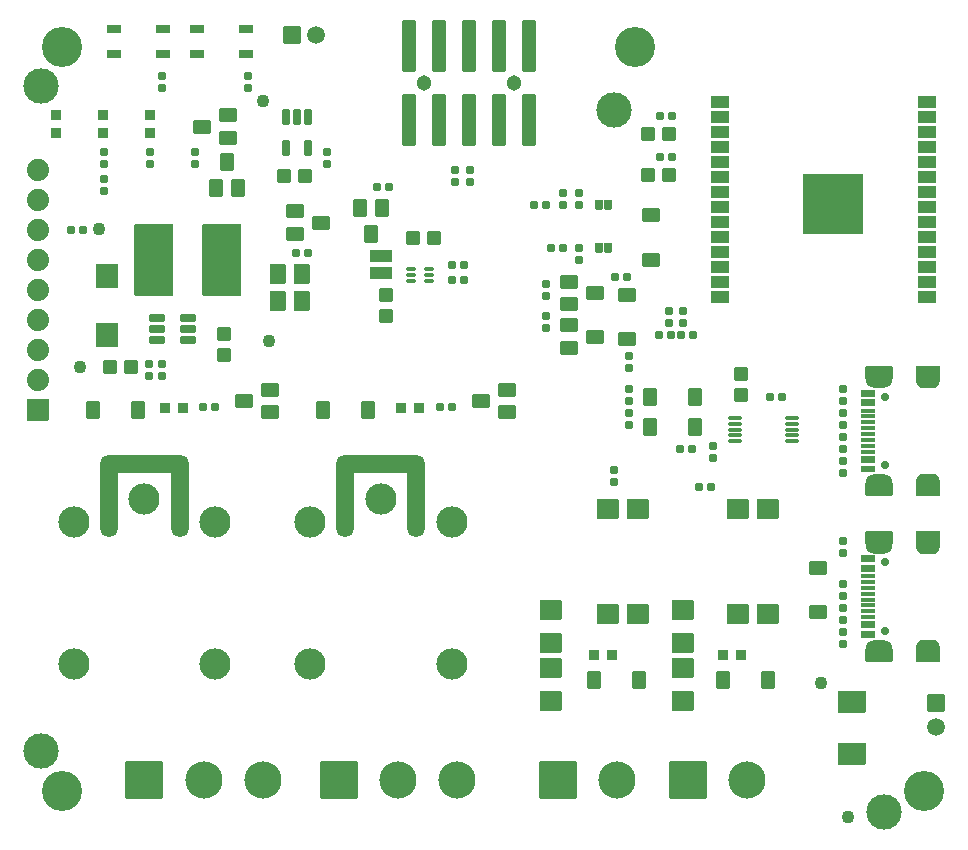
<source format=gbr>
%TF.GenerationSoftware,KiCad,Pcbnew,7.0.9-7.0.9~ubuntu22.04.1*%
%TF.CreationDate,2025-08-29T15:08:22+03:00*%
%TF.ProjectId,ESP32-C5-EVB_Rev_A,45535033-322d-4433-952d-4556425f5265,A*%
%TF.SameCoordinates,PX3938700PY9896800*%
%TF.FileFunction,Soldermask,Top*%
%TF.FilePolarity,Negative*%
%FSLAX46Y46*%
G04 Gerber Fmt 4.6, Leading zero omitted, Abs format (unit mm)*
G04 Created by KiCad (PCBNEW 7.0.9-7.0.9~ubuntu22.04.1) date 2025-08-29 15:08:22*
%MOMM*%
%LPD*%
G01*
G04 APERTURE LIST*
G04 Aperture macros list*
%AMRoundRect*
0 Rectangle with rounded corners*
0 $1 Rounding radius*
0 $2 $3 $4 $5 $6 $7 $8 $9 X,Y pos of 4 corners*
0 Add a 4 corners polygon primitive as box body*
4,1,4,$2,$3,$4,$5,$6,$7,$8,$9,$2,$3,0*
0 Add four circle primitives for the rounded corners*
1,1,$1+$1,$2,$3*
1,1,$1+$1,$4,$5*
1,1,$1+$1,$6,$7*
1,1,$1+$1,$8,$9*
0 Add four rect primitives between the rounded corners*
20,1,$1+$1,$2,$3,$4,$5,0*
20,1,$1+$1,$4,$5,$6,$7,0*
20,1,$1+$1,$6,$7,$8,$9,0*
20,1,$1+$1,$8,$9,$2,$3,0*%
G04 Aperture macros list end*
%ADD10RoundRect,0.050800X0.889000X-0.762000X0.889000X0.762000X-0.889000X0.762000X-0.889000X-0.762000X0*%
%ADD11RoundRect,0.050800X0.250000X0.275000X-0.250000X0.275000X-0.250000X-0.275000X0.250000X-0.275000X0*%
%ADD12RoundRect,0.050800X-0.250000X-0.275000X0.250000X-0.275000X0.250000X0.275000X-0.250000X0.275000X0*%
%ADD13RoundRect,0.050800X-0.500000X-0.700000X0.500000X-0.700000X0.500000X0.700000X-0.500000X0.700000X0*%
%ADD14RoundRect,0.050800X0.700000X-0.500000X0.700000X0.500000X-0.700000X0.500000X-0.700000X-0.500000X0*%
%ADD15RoundRect,0.050800X-0.254000X-0.381000X0.254000X-0.381000X0.254000X0.381000X-0.254000X0.381000X0*%
%ADD16RoundRect,0.050800X0.575000X-0.150000X0.575000X0.150000X-0.575000X0.150000X-0.575000X-0.150000X0*%
%ADD17RoundRect,0.050800X0.575000X-0.125000X0.575000X0.125000X-0.575000X0.125000X-0.575000X-0.125000X0*%
%ADD18RoundRect,0.050800X1.000000X-0.550000X1.000000X0.550000X-1.000000X0.550000X-1.000000X-0.550000X0*%
%ADD19O,2.101600X1.401600*%
%ADD20RoundRect,0.050800X1.100000X-0.550000X1.100000X0.550000X-1.100000X0.550000X-1.100000X-0.550000X0*%
%ADD21O,2.301600X1.301600*%
%ADD22C,0.701600*%
%ADD23RoundRect,0.050800X0.400000X0.400000X-0.400000X0.400000X-0.400000X-0.400000X0.400000X-0.400000X0*%
%ADD24RoundRect,0.050800X-0.275000X0.250000X-0.275000X-0.250000X0.275000X-0.250000X0.275000X0.250000X0*%
%ADD25RoundRect,0.050800X0.275000X-0.250000X0.275000X0.250000X-0.275000X0.250000X-0.275000X-0.250000X0*%
%ADD26RoundRect,0.050800X0.525000X0.325000X-0.525000X0.325000X-0.525000X-0.325000X0.525000X-0.325000X0*%
%ADD27RoundRect,0.050800X0.508000X0.508000X-0.508000X0.508000X-0.508000X-0.508000X0.508000X-0.508000X0*%
%ADD28C,1.101600*%
%ADD29C,1.501600*%
%ADD30RoundRect,0.050800X-0.700000X0.700000X-0.700000X-0.700000X0.700000X-0.700000X0.700000X0.700000X0*%
%ADD31RoundRect,0.050800X0.850000X-1.000000X0.850000X1.000000X-0.850000X1.000000X-0.850000X-1.000000X0*%
%ADD32C,1.301600*%
%ADD33RoundRect,0.050800X0.500000X-2.125000X0.500000X2.125000X-0.500000X2.125000X-0.500000X-2.125000X0*%
%ADD34O,1.500000X7.000000*%
%ADD35O,7.500000X1.500000*%
%ADD36C,2.641600*%
%ADD37RoundRect,0.050800X-0.889000X-0.762000X0.889000X-0.762000X0.889000X0.762000X-0.889000X0.762000X0*%
%ADD38RoundRect,0.050800X0.508000X-0.508000X0.508000X0.508000X-0.508000X0.508000X-0.508000X-0.508000X0*%
%ADD39RoundRect,0.050800X0.635000X-0.762000X0.635000X0.762000X-0.635000X0.762000X-0.635000X-0.762000X0*%
%ADD40RoundRect,0.050800X-0.500000X0.700000X-0.500000X-0.700000X0.500000X-0.700000X0.500000X0.700000X0*%
%ADD41RoundRect,0.050800X0.889000X-0.889000X0.889000X0.889000X-0.889000X0.889000X-0.889000X-0.889000X0*%
%ADD42C,1.879600*%
%ADD43RoundRect,0.050800X1.600000X3.000000X-1.600000X3.000000X-1.600000X-3.000000X1.600000X-3.000000X0*%
%ADD44RoundRect,0.050800X0.400000X-0.400000X0.400000X0.400000X-0.400000X0.400000X-0.400000X-0.400000X0*%
%ADD45C,3.401600*%
%ADD46RoundRect,0.050800X-1.143000X0.889000X-1.143000X-0.889000X1.143000X-0.889000X1.143000X0.889000X0*%
%ADD47RoundRect,0.050800X-0.700000X-0.500000X0.700000X-0.500000X0.700000X0.500000X-0.700000X0.500000X0*%
%ADD48RoundRect,0.050800X0.700000X0.500000X-0.700000X0.500000X-0.700000X-0.500000X0.700000X-0.500000X0*%
%ADD49RoundRect,0.050800X-0.750000X-0.450000X0.750000X-0.450000X0.750000X0.450000X-0.750000X0.450000X0*%
%ADD50C,1.901600*%
%ADD51RoundRect,0.050800X-2.500000X-2.500000X2.500000X-2.500000X2.500000X2.500000X-2.500000X2.500000X0*%
%ADD52C,3.000000*%
%ADD53RoundRect,0.050800X-0.700000X0.500000X-0.700000X-0.500000X0.700000X-0.500000X0.700000X0.500000X0*%
%ADD54RoundRect,0.050800X0.500000X0.700000X-0.500000X0.700000X-0.500000X-0.700000X0.500000X-0.700000X0*%
%ADD55RoundRect,0.050800X-0.508000X-0.508000X0.508000X-0.508000X0.508000X0.508000X-0.508000X0.508000X0*%
%ADD56RoundRect,0.050800X-0.600000X0.275000X-0.600000X-0.275000X0.600000X-0.275000X0.600000X0.275000X0*%
%ADD57RoundRect,0.050800X0.500000X-0.700000X0.500000X0.700000X-0.500000X0.700000X-0.500000X-0.700000X0*%
%ADD58RoundRect,0.050800X0.275000X-0.600000X0.275000X0.600000X-0.275000X0.600000X-0.275000X-0.600000X0*%
%ADD59RoundRect,0.050800X-0.700000X-0.700000X0.700000X-0.700000X0.700000X0.700000X-0.700000X0.700000X0*%
%ADD60RoundRect,0.050800X-1.524000X-1.524000X1.524000X-1.524000X1.524000X1.524000X-1.524000X1.524000X0*%
%ADD61C,3.149600*%
%ADD62RoundRect,0.050800X-0.350000X-0.125000X0.350000X-0.125000X0.350000X0.125000X-0.350000X0.125000X0*%
%ADD63RoundRect,0.050800X0.500000X-0.125000X0.500000X0.125000X-0.500000X0.125000X-0.500000X-0.125000X0*%
%ADD64RoundRect,0.050800X-0.400000X-0.400000X0.400000X-0.400000X0.400000X0.400000X-0.400000X0.400000X0*%
%ADD65RoundRect,0.050800X0.900000X-0.450000X0.900000X0.450000X-0.900000X0.450000X-0.900000X-0.450000X0*%
G04 APERTURE END LIST*
D10*
%TO.C,R41*%
X56078000Y16109000D03*
X56078000Y18903000D03*
%TD*%
%TO.C,R40*%
X44902000Y16109000D03*
X44902000Y18903000D03*
%TD*%
D11*
%TO.C,R25*%
X50363000Y47097000D03*
D12*
X51379000Y47097000D03*
%TD*%
D13*
%TO.C,D11*%
X63312000Y12934000D03*
X59512000Y12934000D03*
%TD*%
D14*
%TO.C,D5*%
X53411000Y48499000D03*
X53411000Y52299000D03*
%TD*%
D15*
%TO.C,PWR_SENS_E1*%
X48966000Y49510000D03*
X49728000Y49510000D03*
%TD*%
D16*
%TO.C,USB-UART1*%
X71768000Y30925000D03*
X71768000Y31725000D03*
D17*
X71768000Y32250000D03*
X71768000Y33250000D03*
X71768000Y34750000D03*
X71768000Y35750000D03*
D16*
X71768000Y36275000D03*
X71768000Y37075000D03*
X71768000Y37325000D03*
X71768000Y36525000D03*
D17*
X71768000Y35250000D03*
X71768000Y34250000D03*
X71768000Y33750000D03*
X71768000Y32750000D03*
D16*
X71768000Y31475000D03*
X71768000Y30675000D03*
D18*
X76850000Y29072400D03*
D19*
X76850000Y29680000D03*
X76850000Y38320000D03*
D18*
X76850000Y38927600D03*
D20*
X72670000Y29072400D03*
D21*
X72670000Y29680000D03*
X72670000Y38320000D03*
D20*
X72670000Y38927600D03*
D22*
X73170000Y31110000D03*
X73170000Y36890000D03*
%TD*%
D23*
%TO.C,LED_RELAY1*%
X12238000Y36000000D03*
X13762000Y36000000D03*
%TD*%
D24*
%TO.C,R34*%
X69667000Y15982000D03*
D25*
X69667000Y16998000D03*
%TD*%
D23*
%TO.C,LED_RELAY2*%
X32238000Y36000000D03*
X33762000Y36000000D03*
%TD*%
D26*
%TO.C,RST1*%
X12075000Y65925000D03*
X7925000Y65925000D03*
X12075000Y68075000D03*
X7925000Y68075000D03*
%TD*%
D24*
%TO.C,R9*%
X54935000Y43160000D03*
D25*
X54935000Y44176000D03*
%TD*%
D27*
%TO.C,C11*%
X9342000Y39477000D03*
X7564000Y39477000D03*
%TD*%
D25*
%TO.C,C16*%
X19248000Y64115000D03*
D24*
X19248000Y63099000D03*
%TD*%
%TO.C,R19*%
X51506000Y36556000D03*
D25*
X51506000Y37572000D03*
%TD*%
%TO.C,R14*%
X12009000Y39731000D03*
D24*
X12009000Y38715000D03*
%TD*%
D28*
%TO.C,3.3V1*%
X6675000Y51161000D03*
%TD*%
D29*
%TO.C,PWR1*%
X77538220Y8999240D03*
D30*
X77535680Y11028700D03*
%TD*%
D11*
%TO.C,C7*%
X55951000Y42144000D03*
D12*
X56967000Y42144000D03*
%TD*%
%TO.C,R39*%
X58491000Y29317000D03*
D11*
X57475000Y29317000D03*
%TD*%
D31*
%TO.C,D1*%
X7310000Y42184000D03*
X7310000Y47184000D03*
%TD*%
D11*
%TO.C,R13*%
X43505000Y53193000D03*
D12*
X44521000Y53193000D03*
%TD*%
D32*
%TO.C,UEXT1*%
X34190000Y63500000D03*
X41810000Y63500000D03*
D33*
X32920000Y60375000D03*
X32920000Y66625000D03*
X35460000Y60375000D03*
X35460000Y66625000D03*
X38000000Y60375000D03*
X38000000Y66625000D03*
X40540000Y60375000D03*
X40540000Y66625000D03*
X43080000Y60375000D03*
X43080000Y66625000D03*
%TD*%
D34*
%TO.C,RELAY2*%
X27500000Y28500000D03*
X33500000Y28500000D03*
D35*
X30500000Y31250000D03*
D36*
X24500000Y26300000D03*
X36500000Y26300000D03*
X30500000Y28300000D03*
X36500000Y14300000D03*
X24500000Y14300000D03*
%TD*%
D24*
%TO.C,R18*%
X51506000Y34524000D03*
D25*
X51506000Y35540000D03*
%TD*%
D37*
%TO.C,OPT2*%
X60730000Y27445000D03*
X63270000Y27445000D03*
X63270000Y18555000D03*
X60730000Y18555000D03*
%TD*%
%TO.C,OPT1*%
X49730000Y27445000D03*
X52270000Y27445000D03*
X52270000Y18555000D03*
X49730000Y18555000D03*
%TD*%
D38*
%TO.C,C10*%
X17216000Y40493000D03*
X17216000Y42271000D03*
%TD*%
D25*
%TO.C,R10*%
X56078000Y44176000D03*
D24*
X56078000Y43160000D03*
%TD*%
D10*
%TO.C,R36*%
X44902000Y13950000D03*
X44902000Y11156000D03*
%TD*%
D39*
%TO.C,C17*%
X21788000Y45065000D03*
X23820000Y45065000D03*
%TD*%
D27*
%TO.C,C5*%
X54935000Y55733000D03*
X53157000Y55733000D03*
%TD*%
D24*
%TO.C,TVS2*%
X69667000Y34524000D03*
D25*
X69667000Y35540000D03*
%TD*%
D26*
%TO.C,USER1*%
X19075000Y65925000D03*
X14925000Y65925000D03*
X19075000Y68075000D03*
X14925000Y68075000D03*
%TD*%
D40*
%TO.C,FET1*%
X16520040Y54625560D03*
X18422500Y54625560D03*
X17467460Y56835360D03*
%TD*%
D11*
%TO.C,R3*%
X54173000Y57257000D03*
D12*
X55189000Y57257000D03*
%TD*%
D24*
%TO.C,R6*%
X25979000Y56622000D03*
D25*
X25979000Y57638000D03*
%TD*%
D41*
%TO.C,EXT1*%
X1500000Y35800000D03*
D42*
X1500000Y38340000D03*
X1500000Y40880000D03*
X1500000Y43420000D03*
X1500000Y45960000D03*
X1500000Y48500000D03*
X1500000Y51040000D03*
X1500000Y53580000D03*
X1500000Y56120000D03*
%TD*%
D43*
%TO.C,L2*%
X17068000Y48494000D03*
X11268000Y48494000D03*
%TD*%
D24*
%TO.C,R32*%
X7056000Y56622000D03*
D25*
X7056000Y57638000D03*
%TD*%
D44*
%TO.C,USER_LED1*%
X3000000Y60762000D03*
X3000000Y59238000D03*
%TD*%
D24*
%TO.C,C12*%
X47315000Y53193000D03*
D25*
X47315000Y54209000D03*
%TD*%
D24*
%TO.C,R23*%
X69667000Y30460000D03*
D25*
X69667000Y31476000D03*
%TD*%
D27*
%TO.C,C1*%
X54935000Y59162000D03*
X53157000Y59162000D03*
%TD*%
D11*
%TO.C,R21*%
X63444000Y36937000D03*
D12*
X64460000Y36937000D03*
%TD*%
%TO.C,R4*%
X24328000Y49129000D03*
D11*
X23312000Y49129000D03*
%TD*%
D45*
%TO.C,MH2*%
X3500000Y3500000D03*
%TD*%
D28*
%TO.C,5V_USB1*%
X67762000Y12680000D03*
%TD*%
D46*
%TO.C,D2*%
X70429000Y11047000D03*
X70429000Y6693000D03*
%TD*%
D25*
%TO.C,C14*%
X58618000Y32746000D03*
D24*
X58618000Y31730000D03*
%TD*%
D47*
%TO.C,T2*%
X41183440Y35606040D03*
X41183440Y37508500D03*
X38973640Y36553460D03*
%TD*%
D11*
%TO.C,R29*%
X4262000Y51034000D03*
D12*
X5278000Y51034000D03*
%TD*%
D24*
%TO.C,R20*%
X44521000Y45446000D03*
D25*
X44521000Y46462000D03*
%TD*%
D11*
%TO.C,R17*%
X55824000Y32492000D03*
D12*
X56840000Y32492000D03*
%TD*%
D48*
%TO.C,Q2*%
X46461560Y42966960D03*
X46461560Y41064500D03*
X48671360Y42019540D03*
%TD*%
D49*
%TO.C,U4*%
X59250000Y61850000D03*
X59250000Y60580000D03*
X59250000Y59310000D03*
X59250000Y58040000D03*
X59250000Y56770000D03*
X59250000Y55500000D03*
X59250000Y54230000D03*
X59250000Y52960000D03*
X59250000Y51690000D03*
X59250000Y50420000D03*
X59250000Y49150000D03*
X59250000Y47880000D03*
X59250000Y46610000D03*
X59250000Y45340000D03*
X76750000Y45340000D03*
X76750000Y46610000D03*
X76750000Y47880000D03*
X76750000Y49150000D03*
X76750000Y50420000D03*
X76750000Y51690000D03*
X76750000Y52960000D03*
X76750000Y54230000D03*
X76750000Y55500000D03*
X76750000Y56770000D03*
X76750000Y58040000D03*
X76750000Y59310000D03*
X76750000Y60580000D03*
X76750000Y61850000D03*
D50*
X68830000Y53260000D03*
D51*
X68830000Y53260000D03*
%TD*%
D52*
%TO.C,FID4*%
X50236000Y61194000D03*
%TD*%
D53*
%TO.C,D6*%
X51379000Y45568000D03*
X51379000Y41768000D03*
%TD*%
D24*
%TO.C,R26*%
X38044000Y55098000D03*
D25*
X38044000Y56114000D03*
%TD*%
D54*
%TO.C,D3*%
X57089000Y36937000D03*
X53289000Y36937000D03*
%TD*%
D55*
%TO.C,C6*%
X22296000Y55606000D03*
X24074000Y55606000D03*
%TD*%
D11*
%TO.C,R2*%
X36520000Y46843000D03*
D12*
X37536000Y46843000D03*
%TD*%
D11*
%TO.C,R7*%
X36520000Y48113000D03*
D12*
X37536000Y48113000D03*
%TD*%
D56*
%TO.C,U5*%
X11597900Y43602000D03*
X11597900Y42652000D03*
X11597900Y41702000D03*
X14198100Y41702000D03*
X14198100Y42652000D03*
X14198100Y43602000D03*
%TD*%
D24*
%TO.C,R11*%
X10866000Y38715000D03*
D25*
X10866000Y39731000D03*
%TD*%
D14*
%TO.C,U3*%
X17554000Y58847000D03*
X17554000Y60747000D03*
X15354000Y59797000D03*
%TD*%
D44*
%TO.C,PWR_LED1*%
X7000000Y60762000D03*
X7000000Y59238000D03*
%TD*%
D11*
%TO.C,C2*%
X54173000Y60686000D03*
D12*
X55189000Y60686000D03*
%TD*%
D45*
%TO.C,MH4*%
X52000000Y66500000D03*
%TD*%
D28*
%TO.C,5V1*%
X5024000Y39477000D03*
%TD*%
D13*
%TO.C,D10*%
X48590000Y12934000D03*
X52390000Y12934000D03*
%TD*%
D57*
%TO.C,FET2*%
X30611960Y52903440D03*
X28709500Y52903440D03*
X29664540Y50693640D03*
%TD*%
D36*
%TO.C,RELAY1*%
X4500000Y14300000D03*
X16500000Y14300000D03*
X10500000Y28300000D03*
X16500000Y26300000D03*
X4500000Y26300000D03*
D35*
X10500000Y31250000D03*
D34*
X13500000Y28500000D03*
X7500000Y28500000D03*
%TD*%
D38*
%TO.C,C3*%
X30932000Y43795000D03*
X30932000Y45573000D03*
%TD*%
D11*
%TO.C,R30*%
X15438000Y36048000D03*
D12*
X16454000Y36048000D03*
%TD*%
D13*
%TO.C,D9*%
X25603000Y35794000D03*
X29403000Y35794000D03*
%TD*%
D48*
%TO.C,FET3*%
X23220560Y52618960D03*
X23220560Y50716500D03*
X25430360Y51671540D03*
%TD*%
D45*
%TO.C,MH3*%
X76500000Y3500000D03*
%TD*%
D58*
%TO.C,U2*%
X24389000Y60589000D03*
X23439000Y60589000D03*
X22489000Y60589000D03*
X22489000Y57989000D03*
X24389000Y57989000D03*
%TD*%
D47*
%TO.C,T1*%
X21117440Y35606040D03*
X21117440Y37508500D03*
X18907640Y36553460D03*
%TD*%
D10*
%TO.C,R38*%
X56078000Y13950000D03*
X56078000Y11156000D03*
%TD*%
D24*
%TO.C,R31*%
X7056000Y54336000D03*
D25*
X7056000Y55352000D03*
%TD*%
%TO.C,R28*%
X51506000Y40366000D03*
D24*
X51506000Y39350000D03*
%TD*%
D25*
%TO.C,R22*%
X69667000Y37572000D03*
D24*
X69667000Y36556000D03*
%TD*%
D59*
%TO.C,BAT1*%
X22971300Y67535680D03*
D29*
X25000760Y67538220D03*
%TD*%
D39*
%TO.C,C9*%
X21788000Y47351000D03*
X23820000Y47351000D03*
%TD*%
D25*
%TO.C,TVS3*%
X69667000Y21062000D03*
D24*
X69667000Y20046000D03*
%TD*%
D44*
%TO.C,CHARGE1*%
X11000000Y60762000D03*
X11000000Y59238000D03*
%TD*%
D60*
%TO.C,IN2*%
X56500000Y4500000D03*
D61*
X61500000Y4500000D03*
%TD*%
D48*
%TO.C,Q1*%
X46461560Y46649960D03*
X46461560Y44747500D03*
X48671360Y45702540D03*
%TD*%
D24*
%TO.C,R16*%
X45918000Y53193000D03*
D25*
X45918000Y54209000D03*
%TD*%
D45*
%TO.C,MH1*%
X3500000Y66500000D03*
%TD*%
D28*
%TO.C,GND1*%
X70048000Y1377000D03*
%TD*%
D24*
%TO.C,R5*%
X14803000Y56622000D03*
D25*
X14803000Y57638000D03*
%TD*%
%TO.C,R27*%
X36774000Y56114000D03*
D24*
X36774000Y55098000D03*
%TD*%
D22*
%TO.C,USB-JTAG1*%
X73170000Y22890000D03*
X73170000Y17110000D03*
D20*
X72670000Y24927600D03*
D21*
X72670000Y24320000D03*
X72670000Y15680000D03*
D20*
X72670000Y15072400D03*
D18*
X76850000Y24927600D03*
D19*
X76850000Y24320000D03*
X76850000Y15680000D03*
D18*
X76850000Y15072400D03*
D16*
X71768000Y16675000D03*
X71768000Y17475000D03*
D17*
X71768000Y18750000D03*
X71768000Y19750000D03*
X71768000Y20250000D03*
X71768000Y21250000D03*
D16*
X71768000Y22525000D03*
X71768000Y23325000D03*
X71768000Y23075000D03*
X71768000Y22275000D03*
D17*
X71768000Y21750000D03*
X71768000Y20750000D03*
X71768000Y19250000D03*
X71768000Y18250000D03*
D16*
X71768000Y17725000D03*
X71768000Y16925000D03*
%TD*%
D25*
%TO.C,R33*%
X69667000Y24745000D03*
D24*
X69667000Y23729000D03*
%TD*%
D62*
%TO.C,U1*%
X33103000Y47724000D03*
X33103000Y47224000D03*
X33103000Y46724000D03*
X34603000Y46724000D03*
X34603000Y47224000D03*
X34603000Y47724000D03*
%TD*%
D12*
%TO.C,R8*%
X31186000Y54717000D03*
D11*
X30170000Y54717000D03*
%TD*%
D52*
%TO.C,FID1*%
X1722000Y63226000D03*
%TD*%
D11*
%TO.C,R12*%
X44902000Y49510000D03*
D12*
X45918000Y49510000D03*
%TD*%
D63*
%TO.C,U6*%
X65336000Y33143000D03*
X65336000Y33643000D03*
X65336000Y34143000D03*
X65336000Y34643000D03*
X65336000Y35143000D03*
X60536000Y35143000D03*
X60536000Y34643000D03*
X60536000Y34143000D03*
X60536000Y33643000D03*
X60536000Y33143000D03*
%TD*%
D11*
%TO.C,R35*%
X35504000Y36048000D03*
D12*
X36520000Y36048000D03*
%TD*%
D28*
%TO.C,DC_DC_PWR1*%
X21026000Y41636000D03*
%TD*%
D25*
%TO.C,TVS4*%
X69667000Y19030000D03*
D24*
X69667000Y18014000D03*
%TD*%
D52*
%TO.C,FID3*%
X1722000Y6965000D03*
%TD*%
D25*
%TO.C,TVS1*%
X69667000Y33508000D03*
D24*
X69667000Y32492000D03*
%TD*%
D61*
%TO.C,IN1*%
X50500000Y4500000D03*
D60*
X45500000Y4500000D03*
%TD*%
D15*
%TO.C,BAT_SENS_E1*%
X48966000Y53193000D03*
X49728000Y53193000D03*
%TD*%
D14*
%TO.C,D7*%
X67508000Y18654000D03*
X67508000Y22454000D03*
%TD*%
D64*
%TO.C,LED_IN2*%
X61031000Y15093000D03*
X59507000Y15093000D03*
%TD*%
D25*
%TO.C,C15*%
X12009000Y64115000D03*
D24*
X12009000Y63099000D03*
%TD*%
D12*
%TO.C,C8*%
X55062000Y42144000D03*
D11*
X54046000Y42144000D03*
%TD*%
D28*
%TO.C,VBAT1*%
X20518000Y61956000D03*
%TD*%
D13*
%TO.C,D4*%
X53289000Y34397000D03*
X57089000Y34397000D03*
%TD*%
D24*
%TO.C,R37*%
X50236000Y29698000D03*
D25*
X50236000Y30714000D03*
%TD*%
D52*
%TO.C,FID2*%
X73096000Y1758000D03*
%TD*%
D25*
%TO.C,R15*%
X47315000Y49510000D03*
D24*
X47315000Y48494000D03*
%TD*%
D60*
%TO.C,CON1*%
X10500000Y4500000D03*
D61*
X15500000Y4500000D03*
X20500000Y4500000D03*
%TD*%
D64*
%TO.C,LED_IN1*%
X48585000Y15093000D03*
X50109000Y15093000D03*
%TD*%
D60*
%TO.C,CON2*%
X27000000Y4500000D03*
D61*
X32000000Y4500000D03*
X37000000Y4500000D03*
%TD*%
D25*
%TO.C,R24*%
X44521000Y43795000D03*
D24*
X44521000Y42779000D03*
%TD*%
D38*
%TO.C,C13*%
X61031000Y37064000D03*
X61031000Y38842000D03*
%TD*%
D55*
%TO.C,C4*%
X33218000Y50399000D03*
X34996000Y50399000D03*
%TD*%
D13*
%TO.C,D8*%
X6172000Y35794000D03*
X9972000Y35794000D03*
%TD*%
D65*
%TO.C,L1*%
X30551000Y47413000D03*
X30551000Y48813000D03*
%TD*%
D25*
%TO.C,R1*%
X11000000Y57638000D03*
D24*
X11000000Y56622000D03*
%TD*%
M02*

</source>
